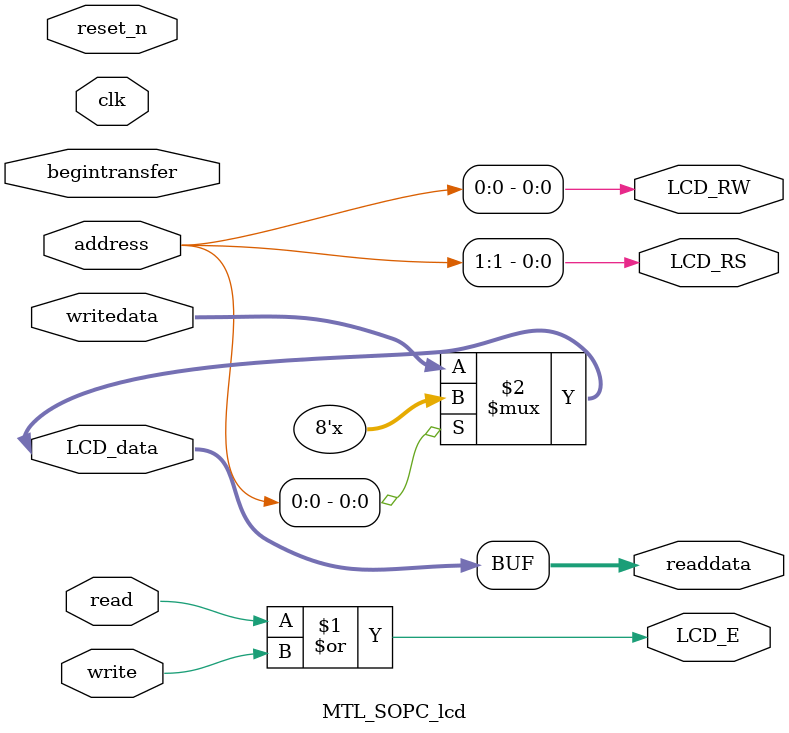
<source format=v>

`timescale 1ns / 1ps
// synthesis translate_on

// turn off superfluous verilog processor warnings 
// altera message_level Level1 
// altera message_off 10034 10035 10036 10037 10230 10240 10030 

module MTL_SOPC_lcd (
                      // inputs:
                       address,
                       begintransfer,
                       clk,
                       read,
                       reset_n,
                       write,
                       writedata,

                      // outputs:
                       LCD_E,
                       LCD_RS,
                       LCD_RW,
                       LCD_data,
                       readdata
                    )
;

  output           LCD_E;
  output           LCD_RS;
  output           LCD_RW;
  inout   [  7: 0] LCD_data;
  output  [  7: 0] readdata;
  input   [  1: 0] address;
  input            begintransfer;
  input            clk;
  input            read;
  input            reset_n;
  input            write;
  input   [  7: 0] writedata;

  wire             LCD_E;
  wire             LCD_RS;
  wire             LCD_RW;
  wire    [  7: 0] LCD_data;
  wire    [  7: 0] readdata;
  assign LCD_RW = address[0];
  assign LCD_RS = address[1];
  assign LCD_E = read | write;
  assign LCD_data = (address[0]) ? {8{1'bz}} : writedata;
  assign readdata = LCD_data;
  //control_slave, which is an e_avalon_slave

endmodule


</source>
